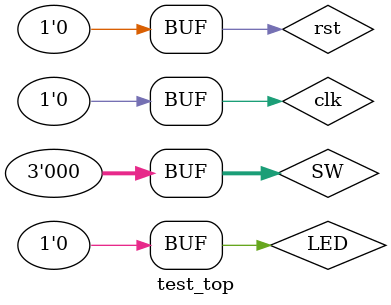
<source format=v>
`timescale 1ns / 1ps


module test_top;

	// Inputs
	reg rst;
	reg clk;
	reg [2:0] SW;
	reg LED;

	// Outputs
	wire [31:0] CPU_F;
	wire CPU_ZF;
	wire CPU_OF;
	wire [31:0] A;
	wire [31:0] B;
	wire [2:0] ALU_OP;
	wire [4:0] Addr;
	wire [31:0] Data;

	// Instantiate the Unit Under Test (UUT)
	top uut (
		.rst(rst), 
		.clk(clk), 
		.SW(SW), 
		.LED(LED), 
		.CPU_F(CPU_F), 
		.CPU_ZF(CPU_ZF), 
		.CPU_OF(CPU_OF), 
		.A(A), 
		.B(B), 
		.ALU_OP(ALU_OP), 
		.Addr(Addr), 
		.Data(Data)
	);

	initial begin
		// Initialize Inputs
		rst = 0;
		clk = 0;
		SW = 0;
		LED = 0;

		// Wait 100 ns for global reset to finish
		#100;
        
		// Add stimulus here

	end
      
endmodule


</source>
